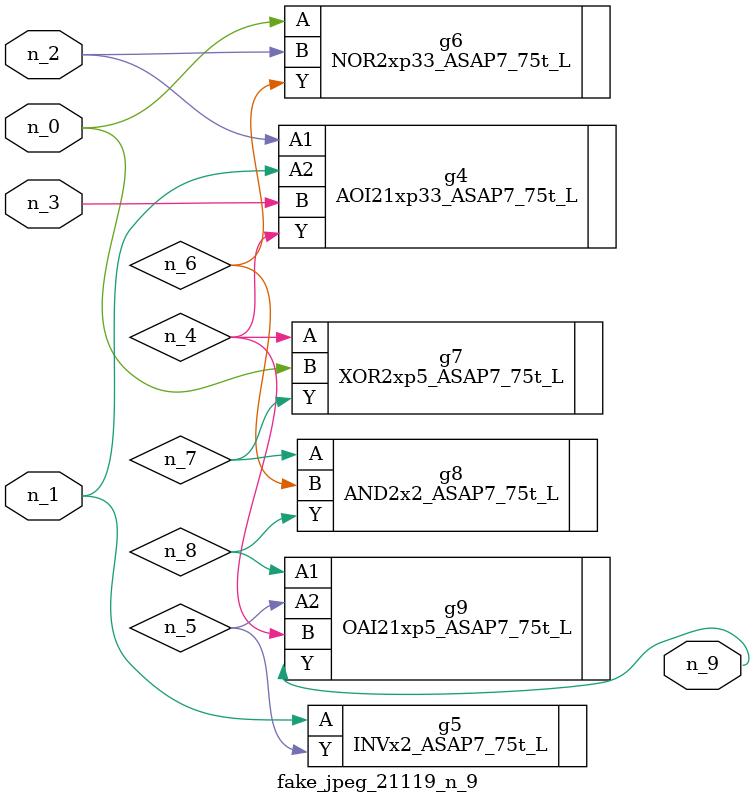
<source format=v>
module fake_jpeg_21119_n_9 (n_0, n_3, n_2, n_1, n_9);

input n_0;
input n_3;
input n_2;
input n_1;

output n_9;

wire n_4;
wire n_8;
wire n_6;
wire n_5;
wire n_7;

AOI21xp33_ASAP7_75t_L g4 ( 
.A1(n_2),
.A2(n_1),
.B(n_3),
.Y(n_4)
);

INVx2_ASAP7_75t_L g5 ( 
.A(n_1),
.Y(n_5)
);

NOR2xp33_ASAP7_75t_L g6 ( 
.A(n_0),
.B(n_2),
.Y(n_6)
);

XOR2xp5_ASAP7_75t_L g7 ( 
.A(n_4),
.B(n_0),
.Y(n_7)
);

AND2x2_ASAP7_75t_L g8 ( 
.A(n_7),
.B(n_6),
.Y(n_8)
);

OAI21xp5_ASAP7_75t_L g9 ( 
.A1(n_8),
.A2(n_5),
.B(n_4),
.Y(n_9)
);


endmodule
</source>
